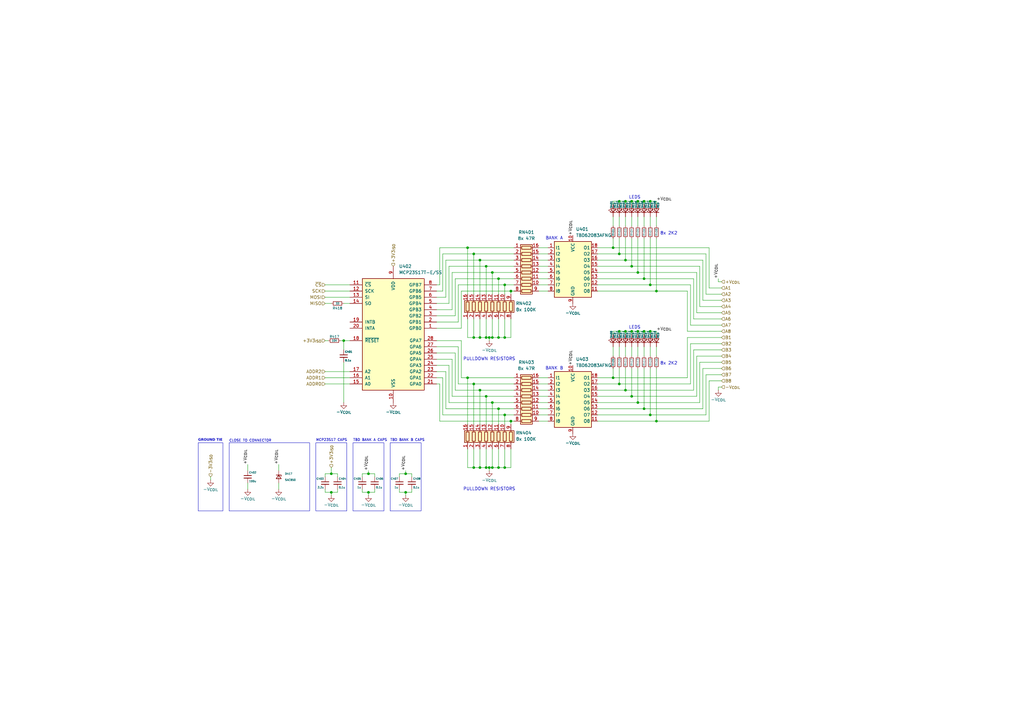
<source format=kicad_sch>
(kicad_sch (version 20250114) (generator "eeschema") (generator_version "9.0")
  (paper "A3")
  (title_block (title "OM-64DO - 64 CHANNEL OUTPUT EXPANSION MODULE (BANK)") (date "2025-12-08") (rev "1A") (company "HTTPS://GITHUB.COM/OPENMODBUS/OM-64DO") (comment 1 "Supply voltage: 7–28 V DC; Output rating: up to 50 V DC (load side)") (comment 2 "Suitable for driving relay coils and other loads.") (comment 3 "Communicates with other devices via MODBUS and provides 64 low-side outputs.") (comment 4 "Module designed for home industrial automation systems."))
  (rectangle (start 129.54 181.61) (end 142.24 209.55))
  (rectangle (start 93.98 181.61) (end 127 209.55))
  (rectangle (start 144.78 181.61) (end 157.48 209.55))
  (rectangle (start 160.02 181.61) (end 172.72 209.55))
  (rectangle (start 81.28 181.61) (end 91.44 209.55))
  (text "MCP23S17 CAPS" (at 129.54 180.594 0) (effects (font (size 1.016 1.016)) (justify left)))
  (text "8x 2K2" (at 274.32 95.758 0) (effects (font (size 1.27 1.27))))
  (text "BANK B" (at 227.33 151.13 0) (effects (font (size 1.27 1.27))))
  (text "GROUND TIE" (at 81.28 180.848 0) (effects (font (size 1.016 1.016) (bold yes)) (justify left)))
  (text "8x 2K2" (at 274.32 149.098 0) (effects (font (size 1.27 1.27))))
  (text "PULLDOWN RESISTORS" (at 200.66 200.66 0) (effects (font (size 1.27 1.27))))
  (text "PULLDOWN RESISTORS" (at 200.66 147.32 0) (effects (font (size 1.27 1.27))))
  (text "LEDS" (at 260.35 81.026 0) (effects (font (size 1.27 1.27))))
  (text "BANK A" (at 227.33 97.79 0) (effects (font (size 1.27 1.27))))
  (text "LEDS" (at 260.35 134.366 0) (effects (font (size 1.27 1.27))))
  (text "CLOSE TO CONNECTOR" (at 93.98 180.848 0) (effects (font (size 1.016 1.016)) (justify left)))
  (text "TBD BANK B CAPS" (at 160.02 180.594 0) (effects (font (size 1.016 1.016)) (justify left)))
  (text "TBD BANK A CAPS" (at 144.78 180.594 0) (effects (font (size 1.016 1.016)) (justify left)))
  (junction (at 196.85 191.77))
  (junction (at 209.55 119.38))
  (junction (at 266.7 170.18))
  (junction (at 259.08 162.56))
  (junction (at 261.62 165.1))
  (junction (at 254 82.55))
  (junction (at 166.37 194.31))
  (junction (at 256.54 135.89))
  (junction (at 201.93 111.76))
  (junction (at 135.89 194.31))
  (junction (at 140.97 139.7))
  (junction (at 204.47 191.77))
  (junction (at 261.62 135.89))
  (junction (at 254 135.89))
  (junction (at 264.16 135.89))
  (junction (at 269.24 119.38))
  (junction (at 135.89 201.93))
  (junction (at 251.46 154.94))
  (junction (at 259.08 82.55))
  (junction (at 191.77 154.94))
  (junction (at 207.01 138.43))
  (junction (at 191.77 101.6))
  (junction (at 194.31 104.14))
  (junction (at 201.93 138.43))
  (junction (at 196.85 160.02))
  (junction (at 207.01 170.18))
  (junction (at 259.08 109.22))
  (junction (at 194.31 157.48))
  (junction (at 199.39 162.56))
  (junction (at 204.47 138.43))
  (junction (at 201.93 165.1))
  (junction (at 151.13 194.31))
  (junction (at 264.16 167.64))
  (junction (at 204.47 114.3))
  (junction (at 196.85 138.43))
  (junction (at 261.62 111.76))
  (junction (at 266.7 135.89))
  (junction (at 259.08 135.89))
  (junction (at 199.39 109.22))
  (junction (at 256.54 160.02))
  (junction (at 207.01 191.77))
  (junction (at 269.24 172.72))
  (junction (at 199.39 138.43))
  (junction (at 194.31 191.77))
  (junction (at 196.85 106.68))
  (junction (at 199.39 191.77))
  (junction (at 209.55 172.72))
  (junction (at 266.7 82.55))
  (junction (at 256.54 82.55))
  (junction (at 201.93 191.77))
  (junction (at 194.31 138.43))
  (junction (at 256.54 106.68))
  (junction (at 207.01 116.84))
  (junction (at 264.16 114.3))
  (junction (at 200.66 191.77))
  (junction (at 200.66 138.43))
  (junction (at 204.47 167.64))
  (junction (at 264.16 82.55))
  (junction (at 254 157.48))
  (junction (at 266.7 116.84))
  (junction (at 261.62 82.55))
  (junction (at 251.46 101.6))
  (junction (at 166.37 201.93))
  (junction (at 254 104.14))
  (junction (at 151.13 201.93))
  (wire (pts (xy 135.89 191.77) (xy 135.89 194.31)))
  (wire (pts (xy 209.55 130.81) (xy 209.55 138.43)))
  (wire (pts (xy 181.61 170.18) (xy 207.01 170.18)))
  (wire (pts (xy 281.94 138.43) (xy 295.91 138.43)))
  (wire (pts (xy 140.97 143.51) (xy 140.97 139.7)))
  (wire (pts (xy 179.07 119.38) (xy 181.61 119.38)))
  (wire (pts (xy 151.13 201.93) (xy 151.13 203.2)))
  (wire (pts (xy 191.77 154.94) (xy 191.77 173.99)))
  (wire (pts (xy 201.93 138.43) (xy 200.66 138.43)))
  (wire (pts (xy 200.66 193.04) (xy 200.66 191.77)))
  (wire (pts (xy 259.08 151.13) (xy 259.08 162.56)))
  (wire (pts (xy 179.07 147.32) (xy 185.42 147.32)))
  (wire (pts (xy 251.46 88.9) (xy 251.46 92.71)))
  (wire (pts (xy 251.46 142.24) (xy 251.46 146.05)))
  (wire (pts (xy 259.08 135.89) (xy 256.54 135.89)))
  (wire (pts (xy 261.62 82.55) (xy 264.16 82.55)))
  (wire (pts (xy 259.08 82.55) (xy 256.54 82.55)))
  (wire (pts (xy 266.7 97.79) (xy 266.7 116.84)))
  (wire (pts (xy 283.21 157.48) (xy 283.21 140.97)))
  (wire (pts (xy 201.93 184.15) (xy 201.93 191.77)))
  (wire (pts (xy 204.47 114.3) (xy 204.47 120.65)))
  (wire (pts (xy 181.61 154.94) (xy 179.07 154.94)))
  (wire (pts (xy 201.93 165.1) (xy 201.93 173.99)))
  (wire (pts (xy 283.21 133.35) (xy 295.91 133.35)))
  (wire (pts (xy 284.48 114.3) (xy 284.48 130.81)))
  (wire (pts (xy 261.62 97.79) (xy 261.62 111.76)))
  (wire (pts (xy 182.88 106.68) (xy 196.85 106.68)))
  (wire (pts (xy 163.83 194.31) (xy 166.37 194.31)))
  (wire (pts (xy 264.16 167.64) (xy 288.29 167.64)))
  (wire (pts (xy 269.24 119.38) (xy 281.94 119.38)))
  (wire (pts (xy 179.07 124.46) (xy 184.15 124.46)))
  (wire (pts (xy 288.29 123.19) (xy 295.91 123.19)))
  (wire (pts (xy 266.7 116.84) (xy 283.21 116.84)))
  (wire (pts (xy 163.83 195.58) (xy 163.83 194.31)))
  (wire (pts (xy 284.48 160.02) (xy 284.48 143.51)))
  (wire (pts (xy 254 82.55) (xy 251.46 82.55)))
  (wire (pts (xy 264.16 137.16) (xy 264.16 135.89)))
  (wire (pts (xy 245.11 167.64) (xy 264.16 167.64)))
  (wire (pts (xy 220.98 162.56) (xy 224.79 162.56)))
  (wire (pts (xy 86.36 195.58) (xy 86.36 196.85)))
  (wire (pts (xy 285.75 111.76) (xy 285.75 128.27)))
  (wire (pts (xy 287.02 165.1) (xy 287.02 148.59)))
  (wire (pts (xy 184.15 109.22) (xy 199.39 109.22)))
  (wire (pts (xy 256.54 83.82) (xy 256.54 82.55)))
  (wire (pts (xy 184.15 124.46) (xy 184.15 109.22)))
  (wire (pts (xy 290.83 156.21) (xy 295.91 156.21)))
  (wire (pts (xy 140.97 124.46) (xy 143.51 124.46)))
  (wire (pts (xy 207.01 170.18) (xy 210.82 170.18)))
  (wire (pts (xy 261.62 111.76) (xy 285.75 111.76)))
  (wire (pts (xy 148.59 195.58) (xy 148.59 194.31)))
  (wire (pts (xy 284.48 143.51) (xy 295.91 143.51)))
  (wire (pts (xy 201.93 191.77) (xy 204.47 191.77)))
  (wire (pts (xy 184.15 165.1) (xy 184.15 149.86)))
  (wire (pts (xy 259.08 83.82) (xy 259.08 82.55)))
  (wire (pts (xy 251.46 151.13) (xy 251.46 154.94)))
  (wire (pts (xy 185.42 162.56) (xy 199.39 162.56)))
  (wire (pts (xy 245.11 165.1) (xy 261.62 165.1)))
  (wire (pts (xy 220.98 116.84) (xy 224.79 116.84)))
  (wire (pts (xy 220.98 165.1) (xy 224.79 165.1)))
  (wire (pts (xy 133.35 200.66) (xy 133.35 201.93)))
  (wire (pts (xy 166.37 201.93) (xy 166.37 203.2)))
  (wire (pts (xy 168.91 201.93) (xy 166.37 201.93)))
  (wire (pts (xy 194.31 157.48) (xy 194.31 173.99)))
  (wire (pts (xy 285.75 128.27) (xy 295.91 128.27)))
  (wire (pts (xy 133.35 157.48) (xy 143.51 157.48)))
  (wire (pts (xy 259.08 88.9) (xy 259.08 92.71)))
  (wire (pts (xy 245.11 114.3) (xy 264.16 114.3)))
  (wire (pts (xy 199.39 191.77) (xy 200.66 191.77)))
  (wire (pts (xy 179.07 129.54) (xy 186.69 129.54)))
  (wire (pts (xy 101.6 198.12) (xy 101.6 200.66)))
  (wire (pts (xy 201.93 165.1) (xy 210.82 165.1)))
  (wire (pts (xy 189.23 139.7) (xy 189.23 154.94)))
  (wire (pts (xy 266.7 142.24) (xy 266.7 146.05)))
  (wire (pts (xy 256.54 142.24) (xy 256.54 146.05)))
  (wire (pts (xy 180.34 116.84) (xy 180.34 101.6)))
  (wire (pts (xy 199.39 130.81) (xy 199.39 138.43)))
  (wire (pts (xy 140.97 139.7) (xy 143.51 139.7)))
  (wire (pts (xy 207.01 184.15) (xy 207.01 191.77)))
  (wire (pts (xy 259.08 109.22) (xy 287.02 109.22)))
  (wire (pts (xy 179.07 121.92) (xy 182.88 121.92)))
  (wire (pts (xy 261.62 151.13) (xy 261.62 165.1)))
  (wire (pts (xy 179.07 152.4) (xy 182.88 152.4)))
  (wire (pts (xy 220.98 167.64) (xy 224.79 167.64)))
  (wire (pts (xy 196.85 106.68) (xy 196.85 120.65)))
  (wire (pts (xy 266.7 170.18) (xy 289.56 170.18)))
  (wire (pts (xy 179.07 132.08) (xy 187.96 132.08)))
  (wire (pts (xy 266.7 82.55) (xy 264.16 82.55)))
  (wire (pts (xy 187.96 132.08) (xy 187.96 116.84)))
  (wire (pts (xy 180.34 157.48) (xy 180.34 172.72)))
  (wire (pts (xy 287.02 148.59) (xy 295.91 148.59)))
  (wire (pts (xy 196.85 184.15) (xy 196.85 191.77)))
  (wire (pts (xy 194.31 184.15) (xy 194.31 191.77)))
  (wire (pts (xy 186.69 114.3) (xy 204.47 114.3)))
  (wire (pts (xy 245.11 172.72) (xy 269.24 172.72)))
  (wire (pts (xy 163.83 200.66) (xy 163.83 201.93)))
  (wire (pts (xy 191.77 101.6) (xy 191.77 120.65)))
  (wire (pts (xy 281.94 154.94) (xy 281.94 138.43)))
  (wire (pts (xy 204.47 167.64) (xy 210.82 167.64)))
  (wire (pts (xy 209.55 172.72) (xy 209.55 173.99)))
  (wire (pts (xy 287.02 125.73) (xy 295.91 125.73)))
  (wire (pts (xy 251.46 101.6) (xy 290.83 101.6)))
  (wire (pts (xy 179.07 139.7) (xy 189.23 139.7)))
  (wire (pts (xy 290.83 172.72) (xy 290.83 156.21)))
  (wire (pts (xy 185.42 147.32) (xy 185.42 162.56)))
  (wire (pts (xy 199.39 109.22) (xy 210.82 109.22)))
  (wire (pts (xy 207.01 116.84) (xy 210.82 116.84)))
  (wire (pts (xy 199.39 191.77) (xy 196.85 191.77)))
  (wire (pts (xy 207.01 191.77) (xy 204.47 191.77)))
  (wire (pts (xy 220.98 109.22) (xy 224.79 109.22)))
  (wire (pts (xy 294.64 115.57) (xy 294.64 114.3)))
  (wire (pts (xy 245.11 104.14) (xy 254 104.14)))
  (wire (pts (xy 266.7 82.55) (xy 269.24 82.55)))
  (wire (pts (xy 196.85 160.02) (xy 210.82 160.02)))
  (wire (pts (xy 220.98 114.3) (xy 224.79 114.3)))
  (wire (pts (xy 133.35 116.84) (xy 143.51 116.84)))
  (wire (pts (xy 207.01 130.81) (xy 207.01 138.43)))
  (wire (pts (xy 220.98 111.76) (xy 224.79 111.76)))
  (wire (pts (xy 114.3 190.5) (xy 114.3 193.04)))
  (wire (pts (xy 245.11 109.22) (xy 259.08 109.22)))
  (wire (pts (xy 196.85 160.02) (xy 196.85 173.99)))
  (wire (pts (xy 287.02 109.22) (xy 287.02 125.73)))
  (wire (pts (xy 256.54 135.89) (xy 254 135.89)))
  (wire (pts (xy 245.11 101.6) (xy 251.46 101.6)))
  (wire (pts (xy 133.35 139.7) (xy 134.62 139.7)))
  (wire (pts (xy 204.47 167.64) (xy 204.47 173.99)))
  (wire (pts (xy 191.77 130.81) (xy 191.77 138.43)))
  (wire (pts (xy 194.31 138.43) (xy 196.85 138.43)))
  (wire (pts (xy 283.21 140.97) (xy 295.91 140.97)))
  (wire (pts (xy 283.21 116.84) (xy 283.21 133.35)))
  (wire (pts (xy 187.96 142.24) (xy 179.07 142.24)))
  (wire (pts (xy 264.16 142.24) (xy 264.16 146.05)))
  (wire (pts (xy 254 135.89) (xy 251.46 135.89)))
  (wire (pts (xy 290.83 101.6) (xy 290.83 118.11)))
  (wire (pts (xy 138.43 201.93) (xy 135.89 201.93)))
  (wire (pts (xy 209.55 184.15) (xy 209.55 191.77)))
  (wire (pts (xy 163.83 201.93) (xy 166.37 201.93)))
  (wire (pts (xy 245.11 111.76) (xy 261.62 111.76)))
  (wire (pts (xy 133.35 121.92) (xy 143.51 121.92)))
  (wire (pts (xy 133.35 154.94) (xy 143.51 154.94)))
  (wire (pts (xy 251.46 83.82) (xy 251.46 82.55)))
  (wire (pts (xy 207.01 138.43) (xy 209.55 138.43)))
  (wire (pts (xy 166.37 194.31) (xy 168.91 194.31)))
  (wire (pts (xy 269.24 142.24) (xy 269.24 146.05)))
  (wire (pts (xy 200.66 138.43) (xy 199.39 138.43)))
  (wire (pts (xy 184.15 149.86) (xy 179.07 149.86)))
  (wire (pts (xy 135.89 201.93) (xy 135.89 203.2)))
  (wire (pts (xy 281.94 119.38) (xy 281.94 135.89)))
  (wire (pts (xy 204.47 130.81) (xy 204.47 138.43)))
  (wire (pts (xy 259.08 135.89) (xy 261.62 135.89)))
  (wire (pts (xy 256.54 97.79) (xy 256.54 106.68)))
  (wire (pts (xy 191.77 191.77) (xy 194.31 191.77)))
  (wire (pts (xy 220.98 172.72) (xy 224.79 172.72)))
  (wire (pts (xy 251.46 154.94) (xy 281.94 154.94)))
  (wire (pts (xy 266.7 137.16) (xy 266.7 135.89)))
  (wire (pts (xy 269.24 151.13) (xy 269.24 172.72)))
  (wire (pts (xy 133.35 195.58) (xy 133.35 194.31)))
  (wire (pts (xy 256.54 160.02) (xy 284.48 160.02)))
  (wire (pts (xy 196.85 191.77) (xy 194.31 191.77)))
  (wire (pts (xy 189.23 154.94) (xy 191.77 154.94)))
  (wire (pts (xy 266.7 135.89) (xy 264.16 135.89)))
  (wire (pts (xy 245.11 162.56) (xy 259.08 162.56)))
  (wire (pts (xy 220.98 157.48) (xy 224.79 157.48)))
  (wire (pts (xy 261.62 165.1) (xy 287.02 165.1)))
  (wire (pts (xy 288.29 167.64) (xy 288.29 151.13)))
  (wire (pts (xy 139.7 139.7) (xy 140.97 139.7)))
  (wire (pts (xy 207.01 116.84) (xy 207.01 120.65)))
  (wire (pts (xy 289.56 104.14) (xy 289.56 120.65)))
  (wire (pts (xy 256.54 82.55) (xy 254 82.55)))
  (wire (pts (xy 290.83 118.11) (xy 295.91 118.11)))
  (wire (pts (xy 185.42 111.76) (xy 201.93 111.76)))
  (wire (pts (xy 185.42 127) (xy 185.42 111.76)))
  (wire (pts (xy 256.54 137.16) (xy 256.54 135.89)))
  (wire (pts (xy 245.11 106.68) (xy 256.54 106.68)))
  (wire (pts (xy 284.48 130.81) (xy 295.91 130.81)))
  (wire (pts (xy 295.91 115.57) (xy 294.64 115.57)))
  (wire (pts (xy 138.43 200.66) (xy 138.43 201.93)))
  (wire (pts (xy 254 142.24) (xy 254 146.05)))
  (wire (pts (xy 294.64 160.02) (xy 294.64 158.75)))
  (wire (pts (xy 264.16 151.13) (xy 264.16 167.64)))
  (wire (pts (xy 187.96 157.48) (xy 194.31 157.48)))
  (wire (pts (xy 207.01 170.18) (xy 207.01 173.99)))
  (wire (pts (xy 194.31 157.48) (xy 210.82 157.48)))
  (wire (pts (xy 133.35 119.38) (xy 143.51 119.38)))
  (wire (pts (xy 209.55 172.72) (xy 210.82 172.72)))
  (wire (pts (xy 187.96 157.48) (xy 187.96 142.24)))
  (wire (pts (xy 266.7 151.13) (xy 266.7 170.18)))
  (wire (pts (xy 194.31 104.14) (xy 210.82 104.14)))
  (wire (pts (xy 259.08 137.16) (xy 259.08 135.89)))
  (wire (pts (xy 264.16 83.82) (xy 264.16 82.55)))
  (wire (pts (xy 179.07 157.48) (xy 180.34 157.48)))
  (wire (pts (xy 166.37 193.04) (xy 166.37 194.31)))
  (wire (pts (xy 199.39 184.15) (xy 199.39 191.77)))
  (wire (pts (xy 153.67 200.66) (xy 153.67 201.93)))
  (wire (pts (xy 269.24 88.9) (xy 269.24 92.71)))
  (wire (pts (xy 288.29 151.13) (xy 295.91 151.13)))
  (wire (pts (xy 254 151.13) (xy 254 157.48)))
  (wire (pts (xy 254 88.9) (xy 254 92.71)))
  (wire (pts (xy 261.62 88.9) (xy 261.62 92.71)))
  (wire (pts (xy 289.56 170.18) (xy 289.56 153.67)))
  (wire (pts (xy 151.13 194.31) (xy 153.67 194.31)))
  (wire (pts (xy 269.24 82.55) (xy 269.24 83.82)))
  (wire (pts (xy 256.54 106.68) (xy 288.29 106.68)))
  (wire (pts (xy 289.56 153.67) (xy 295.91 153.67)))
  (wire (pts (xy 114.3 198.12) (xy 114.3 200.66)))
  (wire (pts (xy 285.75 146.05) (xy 295.91 146.05)))
  (wire (pts (xy 179.07 127) (xy 185.42 127)))
  (wire (pts (xy 182.88 152.4) (xy 182.88 167.64)))
  (wire (pts (xy 204.47 184.15) (xy 204.47 191.77)))
  (wire (pts (xy 256.54 151.13) (xy 256.54 160.02)))
  (wire (pts (xy 138.43 194.31) (xy 138.43 195.58)))
  (wire (pts (xy 254 97.79) (xy 254 104.14)))
  (wire (pts (xy 153.67 194.31) (xy 153.67 195.58)))
  (wire (pts (xy 204.47 114.3) (xy 210.82 114.3)))
  (wire (pts (xy 261.62 142.24) (xy 261.62 146.05)))
  (wire (pts (xy 251.46 97.79) (xy 251.46 101.6)))
  (wire (pts (xy 245.11 154.94) (xy 251.46 154.94)))
  (wire (pts (xy 201.93 138.43) (xy 204.47 138.43)))
  (wire (pts (xy 245.11 160.02) (xy 256.54 160.02)))
  (wire (pts (xy 285.75 162.56) (xy 285.75 146.05)))
  (wire (pts (xy 189.23 119.38) (xy 209.55 119.38)))
  (wire (pts (xy 220.98 104.14) (xy 224.79 104.14)))
  (wire (pts (xy 184.15 165.1) (xy 201.93 165.1)))
  (wire (pts (xy 194.31 104.14) (xy 194.31 120.65)))
  (wire (pts (xy 194.31 130.81) (xy 194.31 138.43)))
  (wire (pts (xy 186.69 160.02) (xy 196.85 160.02)))
  (wire (pts (xy 254 104.14) (xy 289.56 104.14)))
  (wire (pts (xy 209.55 119.38) (xy 209.55 120.65)))
  (wire (pts (xy 261.62 137.16) (xy 261.62 135.89)))
  (wire (pts (xy 181.61 170.18) (xy 181.61 154.94)))
  (wire (pts (xy 261.62 135.89) (xy 264.16 135.89)))
  (wire (pts (xy 148.59 194.31) (xy 151.13 194.31)))
  (wire (pts (xy 245.11 170.18) (xy 266.7 170.18)))
  (wire (pts (xy 191.77 154.94) (xy 210.82 154.94)))
  (wire (pts (xy 191.77 184.15) (xy 191.77 191.77)))
  (wire (pts (xy 186.69 129.54) (xy 186.69 114.3)))
  (wire (pts (xy 135.89 194.31) (xy 138.43 194.31)))
  (wire (pts (xy 196.85 130.81) (xy 196.85 138.43)))
  (wire (pts (xy 254 83.82) (xy 254 82.55)))
  (wire (pts (xy 179.07 116.84) (xy 180.34 116.84)))
  (wire (pts (xy 254 137.16) (xy 254 135.89)))
  (wire (pts (xy 245.11 119.38) (xy 269.24 119.38)))
  (wire (pts (xy 264.16 97.79) (xy 264.16 114.3)))
  (wire (pts (xy 153.67 201.93) (xy 151.13 201.93)))
  (wire (pts (xy 148.59 201.93) (xy 151.13 201.93)))
  (wire (pts (xy 266.7 88.9) (xy 266.7 92.71)))
  (wire (pts (xy 140.97 148.59) (xy 140.97 165.1)))
  (wire (pts (xy 199.39 109.22) (xy 199.39 120.65)))
  (wire (pts (xy 189.23 134.62) (xy 179.07 134.62)))
  (wire (pts (xy 269.24 135.89) (xy 269.24 137.16)))
  (wire (pts (xy 256.54 88.9) (xy 256.54 92.71)))
  (wire (pts (xy 101.6 190.5) (xy 101.6 193.04)))
  (wire (pts (xy 133.35 201.93) (xy 135.89 201.93)))
  (wire (pts (xy 269.24 172.72) (xy 290.83 172.72)))
  (wire (pts (xy 254 157.48) (xy 283.21 157.48)))
  (wire (pts (xy 288.29 106.68) (xy 288.29 123.19)))
  (wire (pts (xy 199.39 162.56) (xy 210.82 162.56)))
  (wire (pts (xy 201.93 111.76) (xy 201.93 120.65)))
  (wire (pts (xy 201.93 111.76) (xy 210.82 111.76)))
  (wire (pts (xy 181.61 104.14) (xy 194.31 104.14)))
  (wire (pts (xy 269.24 97.79) (xy 269.24 119.38)))
  (wire (pts (xy 182.88 167.64) (xy 204.47 167.64)))
  (wire (pts (xy 187.96 116.84) (xy 207.01 116.84)))
  (wire (pts (xy 194.31 138.43) (xy 191.77 138.43)))
  (wire (pts (xy 207.01 191.77) (xy 209.55 191.77)))
  (wire (pts (xy 196.85 106.68) (xy 210.82 106.68)))
  (wire (pts (xy 259.08 97.79) (xy 259.08 109.22)))
  (wire (pts (xy 180.34 101.6) (xy 191.77 101.6)))
  (wire (pts (xy 200.66 191.77) (xy 201.93 191.77)))
  (wire (pts (xy 209.55 119.38) (xy 210.82 119.38)))
  (wire (pts (xy 245.11 116.84) (xy 266.7 116.84)))
  (wire (pts (xy 186.69 160.02) (xy 186.69 144.78)))
  (wire (pts (xy 289.56 120.65) (xy 295.91 120.65)))
  (wire (pts (xy 220.98 170.18) (xy 224.79 170.18)))
  (wire (pts (xy 181.61 119.38) (xy 181.61 104.14)))
  (wire (pts (xy 151.13 193.04) (xy 151.13 194.31)))
  (wire (pts (xy 251.46 137.16) (xy 251.46 135.89)))
  (wire (pts (xy 148.59 200.66) (xy 148.59 201.93)))
  (wire (pts (xy 245.11 157.48) (xy 254 157.48)))
  (wire (pts (xy 220.98 160.02) (xy 224.79 160.02)))
  (wire (pts (xy 186.69 144.78) (xy 179.07 144.78)))
  (wire (pts (xy 294.64 158.75) (xy 295.91 158.75)))
  (wire (pts (xy 133.35 194.31) (xy 135.89 194.31)))
  (wire (pts (xy 182.88 121.92) (xy 182.88 106.68)))
  (wire (pts (xy 168.91 194.31) (xy 168.91 195.58)))
  (wire (pts (xy 220.98 106.68) (xy 224.79 106.68)))
  (wire (pts (xy 259.08 162.56) (xy 285.75 162.56)))
  (wire (pts (xy 133.35 152.4) (xy 143.51 152.4)))
  (wire (pts (xy 168.91 200.66) (xy 168.91 201.93)))
  (wire (pts (xy 281.94 135.89) (xy 295.91 135.89)))
  (wire (pts (xy 220.98 119.38) (xy 224.79 119.38)))
  (wire (pts (xy 264.16 114.3) (xy 284.48 114.3)))
  (wire (pts (xy 266.7 83.82) (xy 266.7 82.55)))
  (wire (pts (xy 199.39 138.43) (xy 196.85 138.43)))
  (wire (pts (xy 201.93 130.81) (xy 201.93 138.43)))
  (wire (pts (xy 259.08 82.55) (xy 261.62 82.55)))
  (wire (pts (xy 264.16 88.9) (xy 264.16 92.71)))
  (wire (pts (xy 259.08 142.24) (xy 259.08 146.05)))
  (wire (pts (xy 180.34 172.72) (xy 209.55 172.72)))
  (wire (pts (xy 220.98 154.94) (xy 224.79 154.94)))
  (wire (pts (xy 220.98 101.6) (xy 224.79 101.6)))
  (wire (pts (xy 133.35 124.46) (xy 135.89 124.46)))
  (wire (pts (xy 189.23 119.38) (xy 189.23 134.62)))
  (wire (pts (xy 200.66 138.43) (xy 200.66 139.7)))
  (wire (pts (xy 266.7 135.89) (xy 269.24 135.89)))
  (wire (pts (xy 204.47 138.43) (xy 207.01 138.43)))
  (wire (pts (xy 199.39 162.56) (xy 199.39 173.99)))
  (wire (pts (xy 191.77 101.6) (xy 210.82 101.6)))
  (wire (pts (xy 261.62 83.82) (xy 261.62 82.55)))
  (label "+V_{COIL}" (at 101.6 190.5 90))
  (label "+V_{COIL}" (at 269.24 135.89 0))
  (label "+V_{COIL}" (at 166.37 193.04 90))
  (label "+V_{COIL}" (at 234.95 96.52 90))
  (label "+V_{COIL}" (at 234.95 149.86 90))
  (label "+V_{COIL}" (at 294.64 114.3 90))
  (label "+V_{COIL}" (at 151.13 193.04 90))
  (label "+V_{COIL}" (at 114.3 190.5 90))
  (label "+V_{COIL}" (at 269.24 82.55 0))
  (hierarchical_label "A8" (shape input) (at 295.91 135.89 0))
  (hierarchical_label "+3V3_{ISO}" (shape input) (at 161.29 109.22 90))
  (hierarchical_label "SCK" (shape input) (at 133.35 119.38 180))
  (hierarchical_label "B2" (shape input) (at 295.91 140.97 0))
  (hierarchical_label "A6" (shape input) (at 295.91 130.81 0))
  (hierarchical_label "A5" (shape input) (at 295.91 128.27 0))
  (hierarchical_label "-3V3_{ISO}" (shape input) (at 86.36 195.58 90))
  (hierarchical_label "B8" (shape input) (at 295.91 156.21 0))
  (hierarchical_label "~{CS}" (shape input) (at 133.35 116.84 180))
  (hierarchical_label "+V_{COIL}" (shape input) (at 295.91 115.57 0))
  (hierarchical_label "-V_{COIL}" (shape input) (at 295.91 158.75 0))
  (hierarchical_label "ADDR1" (shape input) (at 133.35 154.94 180))
  (hierarchical_label "B3" (shape input) (at 295.91 143.51 0))
  (hierarchical_label "+3V3_{ISO}" (shape input) (at 133.35 139.7 180))
  (hierarchical_label "ADDR0" (shape input) (at 133.35 157.48 180))
  (hierarchical_label "A7" (shape input) (at 295.91 133.35 0))
  (hierarchical_label "A4" (shape input) (at 295.91 125.73 0))
  (hierarchical_label "MOSI" (shape input) (at 133.35 121.92 180))
  (hierarchical_label "B1" (shape input) (at 295.91 138.43 0))
  (hierarchical_label "+3V3_{ISO}" (shape input) (at 135.89 191.77 90))
  (hierarchical_label "B6" (shape input) (at 295.91 151.13 0))
  (hierarchical_label "ADDR2" (shape input) (at 133.35 152.4 180))
  (hierarchical_label "A2" (shape input) (at 295.91 120.65 0))
  (hierarchical_label "B5" (shape input) (at 295.91 148.59 0))
  (hierarchical_label "B7" (shape input) (at 295.91 153.67 0))
  (hierarchical_label "MISO" (shape input) (at 133.35 124.46 180))
  (hierarchical_label "A3" (shape input) (at 295.91 123.19 0))
  (hierarchical_label "B4" (shape input) (at 295.91 146.05 0))
  (hierarchical_label "A1" (shape input) (at 295.91 118.11 0))
  (symbol (lib_id "Device:R_Small") (at 264.16 95.25 0) (unit 1)
    (property "Reference" "R206" (at 264.16 95.25 90) (effects (font (size 0.762 0.762) (thickness 0.0953))))
    (property "Value" "10K" (effects (hide yes)))
    (property "Footprint" "Resistor_SMD:R_0603_1608Metric" (effects (hide yes)))
    (property "Description" "SMD 0603 10KOhm 5% 1/4W AEC-Q200" (effects (hide yes)))
    (property "Manufacturer" "Panasonic" (effects (hide yes)))
    (property "Mouser Part Number" "667-ERJ-UP3J103V" (effects (hide yes)))
    (property "Part Number" "ERJ-UP3J103V" (effects (hide yes)))
    (instances (project "OM-64DO" (path "" (reference "R406") (unit 1)) (path "" (reference "R306") (unit 1)) (path "" (reference "R506") (unit 1)) (path "" (reference "R206") (unit 1))))
  )
  (symbol (lib_id "power:GND") (at 161.29 165.1 0) (unit 1)
    (property "Reference" "#PWR0205" (effects (hide yes)))
    (property "Value" "-V_{COIL}" (at 161.29 168.91 0))
    (property "Description" "Power symbol creates a global label with name \"GND\" , ground" (effects (hide yes)))
    (instances (project "OM-64DO" (path "" (reference "#PWR0405") (unit 1)) (path "" (reference "#PWR0305") (unit 1)) (path "" (reference "#PWR0505") (unit 1)) (path "" (reference "#PWR0205") (unit 1))))
  )
  (symbol (lib_id "Device:LED_Small") (at 256.54 139.7 90) (unit 1)
    (property "Reference" "D211" (at 256.286 138.684 0) (effects (font (size 0.762 0.762)) (justify left bottom)))
    (property "Value" "RED" (at 256.794 138.684 0) (effects (font (size 0.762 0.762)) (justify left top)))
    (property "Footprint" "LED_SMD:LED_0603_1608Metric" (effects (hide yes)))
    (property "Description" "Single Color LEDs Red Clear 621nm" (effects (hide yes)))
    (property "Sim.Pin" "1=K 2=A" (effects (hide yes)))
    (property "Part Number" "LTST-C190EKT" (effects (hide yes)))
    (property "Mouser Part Number" "859-LTST-C190EKT" (effects (hide yes)))
    (property "Manufacturer" "LITEON" (effects (hide yes)))
    (instances (project "OM-64DO" (path "" (reference "D411") (unit 1)) (path "" (reference "D311") (unit 1)) (path "" (reference "D511") (unit 1)) (path "" (reference "D211") (unit 1))))
  )
  (symbol (lib_id "Device:R_Small") (at 269.24 95.25 0) (unit 1)
    (property "Reference" "R208" (at 269.24 95.25 90) (effects (font (size 0.762 0.762) (thickness 0.0953))))
    (property "Value" "10K" (effects (hide yes)))
    (property "Footprint" "Resistor_SMD:R_0603_1608Metric" (effects (hide yes)))
    (property "Description" "SMD 0603 10KOhm 5% 1/4W AEC-Q200" (effects (hide yes)))
    (property "Manufacturer" "Panasonic" (effects (hide yes)))
    (property "Mouser Part Number" "667-ERJ-UP3J103V" (effects (hide yes)))
    (property "Part Number" "ERJ-UP3J103V" (effects (hide yes)))
    (instances (project "OM-64DO" (path "" (reference "R408") (unit 1)) (path "" (reference "R308") (unit 1)) (path "" (reference "R508") (unit 1)) (path "" (reference "R208") (unit 1))))
  )
  (symbol (lib_id "Device:D_Zener_Small") (at 114.3 195.58 270) (unit 1)
    (property "Reference" "D217" (at 116.84 194.3099 90) (effects (font (size 0.762 0.762)) (justify left)))
    (property "Value" "SACB50" (at 116.84 196.8499 90) (effects (font (size 0.762 0.762)) (justify left)))
    (property "Footprint" "Diode_SMD:D_SMB" (effects (hide yes)))
    (property "Datasheet" "https://www.littelfuse.com/assetdocs/tvs-diodes-sacb-series-datasheet?assetguid=A6DA524D-0146-4221-89B7-E8A90C8E2DA7" (effects (hide yes)))
    (property "Description" "ESD Protection Diodes / TVS Diodes TVS 500W 50V" (effects (hide yes)))
    (property "Part Number" "SACB50" (effects (hide yes)))
    (property "Manufacturer" "Littelfuse" (effects (hide yes)))
    (property "Mouser Part Number" "576-SACB50" (effects (hide yes)))
    (instances (project "OM-64DO" (path "" (reference "D417") (unit 1)) (path "" (reference "D317") (unit 1)) (path "" (reference "D517") (unit 1)) (path "" (reference "D217") (unit 1))))
  )
  (symbol (lib_id "Device:R_Small") (at 269.24 148.59 0) (unit 1)
    (property "Reference" "R216" (at 269.24 148.59 90) (effects (font (size 0.762 0.762) (thickness 0.0953))))
    (property "Value" "10K" (effects (hide yes)))
    (property "Footprint" "Resistor_SMD:R_0603_1608Metric" (effects (hide yes)))
    (property "Description" "SMD 0603 10KOhm 5% 1/4W AEC-Q200" (effects (hide yes)))
    (property "Manufacturer" "Panasonic" (effects (hide yes)))
    (property "Mouser Part Number" "667-ERJ-UP3J103V" (effects (hide yes)))
    (property "Part Number" "ERJ-UP3J103V" (effects (hide yes)))
    (instances (project "OM-64DO" (path "" (reference "R416") (unit 1)) (path "" (reference "R316") (unit 1)) (path "" (reference "R516") (unit 1)) (path "" (reference "R216") (unit 1))))
  )
  (symbol (lib_id "Device:R_Small") (at 261.62 148.59 0) (unit 1)
    (property "Reference" "R213" (at 261.62 148.59 90) (effects (font (size 0.762 0.762) (thickness 0.0953))))
    (property "Value" "10K" (effects (hide yes)))
    (property "Footprint" "Resistor_SMD:R_0603_1608Metric" (effects (hide yes)))
    (property "Description" "SMD 0603 10KOhm 5% 1/4W AEC-Q200" (effects (hide yes)))
    (property "Manufacturer" "Panasonic" (effects (hide yes)))
    (property "Mouser Part Number" "667-ERJ-UP3J103V" (effects (hide yes)))
    (property "Part Number" "ERJ-UP3J103V" (effects (hide yes)))
    (instances (project "OM-64DO" (path "" (reference "R413") (unit 1)) (path "" (reference "R313") (unit 1)) (path "" (reference "R513") (unit 1)) (path "" (reference "R213") (unit 1))))
  )
  (symbol (lib_id "Device:LED_Small") (at 269.24 139.7 90) (unit 1)
    (property "Reference" "D216" (at 268.986 138.684 0) (effects (font (size 0.762 0.762)) (justify left bottom)))
    (property "Value" "RED" (at 269.494 138.684 0) (effects (font (size 0.762 0.762)) (justify left top)))
    (property "Footprint" "LED_SMD:LED_0603_1608Metric" (effects (hide yes)))
    (property "Description" "Single Color LEDs Red Clear 621nm" (effects (hide yes)))
    (property "Sim.Pin" "1=K 2=A" (effects (hide yes)))
    (property "Part Number" "LTST-C190EKT" (effects (hide yes)))
    (property "Mouser Part Number" "859-LTST-C190EKT" (effects (hide yes)))
    (property "Manufacturer" "LITEON" (effects (hide yes)))
    (instances (project "OM-64DO" (path "" (reference "D416") (unit 1)) (path "" (reference "D316") (unit 1)) (path "" (reference "D516") (unit 1)) (path "" (reference "D216") (unit 1))))
  )
  (symbol (lib_id "power:GND") (at 140.97 165.1 0) (unit 1)
    (property "Reference" "#PWR0204" (effects (hide yes)))
    (property "Value" "-V_{COIL}" (at 140.97 168.91 0))
    (property "Description" "Power symbol creates a global label with name \"GND\" , ground" (effects (hide yes)))
    (instances (project "OM-64DO" (path "" (reference "#PWR0404") (unit 1)) (path "" (reference "#PWR0304") (unit 1)) (path "" (reference "#PWR0504") (unit 1)) (path "" (reference "#PWR0204") (unit 1))))
  )
  (symbol (lib_id "Device:R_Small") (at 251.46 95.25 0) (unit 1)
    (property "Reference" "R201" (at 251.46 95.25 90) (effects (font (size 0.762 0.762) (thickness 0.0953))))
    (property "Value" "10K" (effects (hide yes)))
    (property "Footprint" "Resistor_SMD:R_0603_1608Metric" (effects (hide yes)))
    (property "Description" "SMD 0603 10KOhm 5% 1/4W AEC-Q200" (effects (hide yes)))
    (property "Manufacturer" "Panasonic" (effects (hide yes)))
    (property "Mouser Part Number" "667-ERJ-UP3J103V" (effects (hide yes)))
    (property "Part Number" "ERJ-UP3J103V" (effects (hide yes)))
    (instances (project "OM-64DO" (path "" (reference "R401") (unit 1)) (path "" (reference "R301") (unit 1)) (path "" (reference "R501") (unit 1)) (path "" (reference "R201") (unit 1))))
  )
  (symbol (lib_id "Device:LED_Small") (at 254 139.7 90) (unit 1)
    (property "Reference" "D210" (at 253.746 138.684 0) (effects (font (size 0.762 0.762)) (justify left bottom)))
    (property "Value" "RED" (at 254.254 138.684 0) (effects (font (size 0.762 0.762)) (justify left top)))
    (property "Footprint" "LED_SMD:LED_0603_1608Metric" (effects (hide yes)))
    (property "Description" "Single Color LEDs Red Clear 621nm" (effects (hide yes)))
    (property "Sim.Pin" "1=K 2=A" (effects (hide yes)))
    (property "Part Number" "LTST-C190EKT" (effects (hide yes)))
    (property "Mouser Part Number" "859-LTST-C190EKT" (effects (hide yes)))
    (property "Manufacturer" "LITEON" (effects (hide yes)))
    (instances (project "OM-64DO" (path "" (reference "D410") (unit 1)) (path "" (reference "D310") (unit 1)) (path "" (reference "D510") (unit 1)) (path "" (reference "D210") (unit 1))))
  )
  (symbol (lib_id "power:GND") (at 234.95 177.8 0) (unit 1)
    (property "Reference" "#PWR0206" (effects (hide yes)))
    (property "Value" "-V_{COIL}" (at 234.95 181.61 0))
    (property "Description" "Power symbol creates a global label with name \"GND\" , ground" (effects (hide yes)))
    (instances (project "OM-64DO" (path "" (reference "#PWR0406") (unit 1)) (path "" (reference "#PWR0306") (unit 1)) (path "" (reference "#PWR0506") (unit 1)) (path "" (reference "#PWR0206") (unit 1))))
  )
  (symbol (lib_id "power:GND") (at 86.36 196.85 0) (unit 1)
    (property "Reference" "#PWR0208" (effects (hide yes)))
    (property "Value" "-V_{COIL}" (at 86.36 200.66 0))
    (property "Description" "Power symbol creates a global label with name \"GND\" , ground" (effects (hide yes)))
    (instances (project "OM-64DO" (path "" (reference "#PWR0408") (unit 1)) (path "" (reference "#PWR0308") (unit 1)) (path "" (reference "#PWR0508") (unit 1)) (path "" (reference "#PWR0208") (unit 1))))
  )
  (symbol (lib_id "power:GND") (at 294.64 160.02 0) (unit 1)
    (property "Reference" "#PWR0203" (effects (hide yes)))
    (property "Value" "-V_{COIL}" (at 294.64 163.83 0))
    (property "Description" "Power symbol creates a global label with name \"GND\" , ground" (effects (hide yes)))
    (instances (project "OM-64DO" (path "" (reference "#PWR0403") (unit 1)) (path "" (reference "#PWR0303") (unit 1)) (path "" (reference "#PWR0503") (unit 1)) (path "" (reference "#PWR0203") (unit 1))))
  )
  (symbol (lib_id "Device:LED_Small") (at 264.16 139.7 90) (unit 1)
    (property "Reference" "D214" (at 263.906 138.684 0) (effects (font (size 0.762 0.762)) (justify left bottom)))
    (property "Value" "RED" (at 264.414 138.684 0) (effects (font (size 0.762 0.762)) (justify left top)))
    (property "Footprint" "LED_SMD:LED_0603_1608Metric" (effects (hide yes)))
    (property "Description" "Single Color LEDs Red Clear 621nm" (effects (hide yes)))
    (property "Sim.Pin" "1=K 2=A" (effects (hide yes)))
    (property "Part Number" "LTST-C190EKT" (effects (hide yes)))
    (property "Mouser Part Number" "859-LTST-C190EKT" (effects (hide yes)))
    (property "Manufacturer" "LITEON" (effects (hide yes)))
    (instances (project "OM-64DO" (path "" (reference "D414") (unit 1)) (path "" (reference "D314") (unit 1)) (path "" (reference "D514") (unit 1)) (path "" (reference "D214") (unit 1))))
  )
  (symbol (lib_id "power:GND") (at 135.89 203.2 0) (unit 1)
    (property "Reference" "#PWR0211" (effects (hide yes)))
    (property "Value" "-V_{COIL}" (at 135.89 207.01 0))
    (property "Description" "Power symbol creates a global label with name \"GND\" , ground" (effects (hide yes)))
    (instances (project "OM-64DO" (path "" (reference "#PWR0411") (unit 1)) (path "" (reference "#PWR0311") (unit 1)) (path "" (reference "#PWR0511") (unit 1)) (path "" (reference "#PWR0211") (unit 1))))
  )
  (symbol (lib_id "Device:R_Pack08") (at 215.9 165.1 270) (unit 1)
    (property "Reference" "RN203" (at 215.9 148.59 90))
    (property "Value" "8x 47R" (at 215.9 151.13 90))
    (property "Footprint" "Project_Library:R_Array_Convex_8x0602_EXB2HV" (effects (hide yes)))
    (property "Description" "Resistor Array Convex 8x0602 47Ohm 5% AEC-Q200" (effects (hide yes)))
    (property "Part Number" "EXB-2HV470JV" (effects (hide yes)))
    (property "Manufacturer" "Panasonic" (effects (hide yes)))
    (property "Mouser Part Number" "667-EXB-2HV470JV" (effects (hide yes)))
    (instances (project "OM-64DO" (path "" (reference "RN403") (unit 1)) (path "" (reference "RN303") (unit 1)) (path "" (reference "RN503") (unit 1)) (path "" (reference "RN203") (unit 1))))
  )
  (symbol (lib_id "Device:C_Small") (at 168.91 198.12 0) (unit 1)
    (property "Reference" "C208" (at 169.418 196.342 0) (effects (font (size 0.762 0.762)) (justify left)))
    (property "Value" "0.1u" (at 169.418 199.898 0) (effects (font (size 0.762 0.762)) (justify left)))
    (property "Footprint" "Capacitor_SMD:C_0603_1608Metric" (effects (hide yes)))
    (property "Description" "0.1 uF 50 VDC 10% 0603 X7R AEC-Q200" (effects (hide yes)))
    (property "Part Number" "GCJ188R71H104KA12D" (effects (hide yes)))
    (property "Manufacturer" "Murata" (effects (hide yes)))
    (property "Mouser Part Number" "81-GCJ188R71H104KA2D" (effects (hide yes)))
    (instances (project "OM-64DO" (path "" (reference "C408") (unit 1)) (path "" (reference "C308") (unit 1)) (path "" (reference "C508") (unit 1)) (path "" (reference "C208") (unit 1))))
  )
  (symbol (lib_id "power:GND") (at 101.6 200.66 0) (unit 1)
    (property "Reference" "#PWR0209" (effects (hide yes)))
    (property "Value" "-V_{COIL}" (at 101.6 204.47 0))
    (property "Description" "Power symbol creates a global label with name \"GND\" , ground" (effects (hide yes)))
    (instances (project "OM-64DO" (path "" (reference "#PWR0409") (unit 1)) (path "" (reference "#PWR0309") (unit 1)) (path "" (reference "#PWR0509") (unit 1)) (path "" (reference "#PWR0209") (unit 1))))
  )
  (symbol (lib_id "Device:C_Small") (at 133.35 198.12 0) (unit 1)
    (property "Reference" "C203" (at 132.842 196.342 0) (effects (font (size 0.762 0.762)) (justify right)))
    (property "Value" "2.2u" (at 132.842 199.898 0) (effects (font (size 0.762 0.762)) (justify right)))
    (property "Footprint" "Capacitor_SMD:C_0603_1608Metric" (effects (hide yes)))
    (property "Description" "2.2 uF 50 VDC 10% 0603 X5R AEC-Q200" (effects (hide yes)))
    (property "Part Number" "GRT188R61H225KE13D" (effects (hide yes)))
    (property "Manufacturer" "Murata" (effects (hide yes)))
    (property "Mouser Part Number" "81-GRT188R61H225KE3D" (effects (hide yes)))
    (instances (project "OM-64DO" (path "" (reference "C403") (unit 1)) (path "" (reference "C303") (unit 1)) (path "" (reference "C503") (unit 1)) (path "" (reference "C203") (unit 1))))
  )
  (symbol (lib_id "Device:C_Small") (at 140.97 146.05 0) (unit 1)
    (property "Reference" "C201" (at 141.478 144.272 0) (effects (font (size 0.762 0.762)) (justify left)))
    (property "Value" "0.1u" (at 141.478 147.828 0) (effects (font (size 0.762 0.762)) (justify left)))
    (property "Footprint" "Capacitor_SMD:C_0603_1608Metric" (effects (hide yes)))
    (property "Description" "0.1 uF 50 VDC 10% 0603 X7R AEC-Q200" (effects (hide yes)))
    (property "Part Number" "GCJ188R71H104KA12D" (effects (hide yes)))
    (property "Manufacturer" "Murata" (effects (hide yes)))
    (property "Mouser Part Number" "81-GCJ188R71H104KA2D" (effects (hide yes)))
    (instances (project "OM-64DO" (path "" (reference "C401") (unit 1)) (path "" (reference "C301") (unit 1)) (path "" (reference "C501") (unit 1)) (path "" (reference "C201") (unit 1))))
  )
  (symbol (lib_id "Device:LED_Small") (at 264.16 86.36 90) (unit 1)
    (property "Reference" "D206" (at 263.906 85.344 0) (effects (font (size 0.762 0.762)) (justify left bottom)))
    (property "Value" "RED" (at 264.414 85.344 0) (effects (font (size 0.762 0.762)) (justify left top)))
    (property "Footprint" "LED_SMD:LED_0603_1608Metric" (effects (hide yes)))
    (property "Description" "Single Color LEDs Red Clear 621nm" (effects (hide yes)))
    (property "Sim.Pin" "1=K 2=A" (effects (hide yes)))
    (property "Part Number" "LTST-C190EKT" (effects (hide yes)))
    (property "Mouser Part Number" "859-LTST-C190EKT" (effects (hide yes)))
    (property "Manufacturer" "LITEON" (effects (hide yes)))
    (instances (project "OM-64DO" (path "" (reference "D406") (unit 1)) (path "" (reference "D306") (unit 1)) (path "" (reference "D506") (unit 1)) (path "" (reference "D206") (unit 1))))
  )
  (symbol (lib_id "Device:LED_Small") (at 261.62 86.36 90) (unit 1)
    (property "Reference" "D205" (at 261.366 85.344 0) (effects (font (size 0.762 0.762)) (justify left bottom)))
    (property "Value" "RED" (at 261.874 85.344 0) (effects (font (size 0.762 0.762)) (justify left top)))
    (property "Footprint" "LED_SMD:LED_0603_1608Metric" (effects (hide yes)))
    (property "Description" "Single Color LEDs Red Clear 621nm" (effects (hide yes)))
    (property "Sim.Pin" "1=K 2=A" (effects (hide yes)))
    (property "Part Number" "LTST-C190EKT" (effects (hide yes)))
    (property "Mouser Part Number" "859-LTST-C190EKT" (effects (hide yes)))
    (property "Manufacturer" "LITEON" (effects (hide yes)))
    (instances (project "OM-64DO" (path "" (reference "D405") (unit 1)) (path "" (reference "D305") (unit 1)) (path "" (reference "D505") (unit 1)) (path "" (reference "D205") (unit 1))))
  )
  (symbol (lib_id "Device:C_Small") (at 138.43 198.12 0) (unit 1)
    (property "Reference" "C204" (at 138.938 196.342 0) (effects (font (size 0.762 0.762)) (justify left)))
    (property "Value" "0.1u" (at 138.938 199.898 0) (effects (font (size 0.762 0.762)) (justify left)))
    (property "Footprint" "Capacitor_SMD:C_0603_1608Metric" (effects (hide yes)))
    (property "Description" "0.1 uF 50 VDC 10% 0603 X7R AEC-Q200" (effects (hide yes)))
    (property "Part Number" "GCJ188R71H104KA12D" (effects (hide yes)))
    (property "Manufacturer" "Murata" (effects (hide yes)))
    (property "Mouser Part Number" "81-GCJ188R71H104KA2D" (effects (hide yes)))
    (instances (project "OM-64DO" (path "" (reference "C404") (unit 1)) (path "" (reference "C304") (unit 1)) (path "" (reference "C504") (unit 1)) (path "" (reference "C204") (unit 1))))
  )
  (symbol (lib_id "Device:C_Small") (at 101.6 195.58 0) (unit 1)
    (property "Reference" "C202" (at 102.108 193.802 0) (effects (font (size 0.762 0.762)) (justify left)))
    (property "Value" "100u" (at 102.108 197.358 0) (effects (font (size 0.762 0.762)) (justify left)))
    (property "Footprint" "Capacitor_SMD:CP_Elec_8x10" (effects (hide yes)))
    (property "Description" "Aluminum Electrolytic Capacitors - SMD 100UF 63V 20%" (effects (hide yes)))
    (property "Part Number" "UCM1J101MNL1GS" (effects (hide yes)))
    (property "Manufacturer" "Nichicon" (effects (hide yes)))
    (property "Mouser Part Number" "647-UCM1J101MNL1GS" (effects (hide yes)))
    (instances (project "OM-64DO" (path "" (reference "C402") (unit 1)) (path "" (reference "C302") (unit 1)) (path "" (reference "C502") (unit 1)) (path "" (reference "C202") (unit 1))))
  )
  (symbol (lib_id "power:GND") (at 200.66 139.7 0) (unit 1)
    (property "Reference" "#PWR0202" (effects (hide yes)))
    (property "Value" "-V_{COIL}" (at 200.66 143.51 0))
    (property "Description" "Power symbol creates a global label with name \"GND\" , ground" (effects (hide yes)))
    (instances (project "OM-64DO" (path "" (reference "#PWR0402") (unit 1)) (path "" (reference "#PWR0302") (unit 1)) (path "" (reference "#PWR0502") (unit 1)) (path "" (reference "#PWR0202") (unit 1))))
  )
  (symbol (lib_id "Device:LED_Small") (at 251.46 86.36 90) (unit 1)
    (property "Reference" "D201" (at 251.206 85.344 0) (effects (font (size 0.762 0.762)) (justify left bottom)))
    (property "Value" "RED" (at 251.714 85.344 0) (effects (font (size 0.762 0.762)) (justify left top)))
    (property "Footprint" "LED_SMD:LED_0603_1608Metric" (effects (hide yes)))
    (property "Description" "Single Color LEDs Red Clear 621nm" (effects (hide yes)))
    (property "Sim.Pin" "1=K 2=A" (effects (hide yes)))
    (property "Part Number" "LTST-C190EKT" (effects (hide yes)))
    (property "Mouser Part Number" "859-LTST-C190EKT" (effects (hide yes)))
    (property "Manufacturer" "LITEON" (effects (hide yes)))
    (instances (project "OM-64DO" (path "" (reference "D401") (unit 1)) (path "" (reference "D301") (unit 1)) (path "" (reference "D501") (unit 1)) (path "" (reference "D201") (unit 1))))
  )
  (symbol (lib_id "Device:LED_Small") (at 259.08 86.36 90) (unit 1)
    (property "Reference" "D204" (at 258.826 85.344 0) (effects (font (size 0.762 0.762)) (justify left bottom)))
    (property "Value" "RED" (at 259.334 85.344 0) (effects (font (size 0.762 0.762)) (justify left top)))
    (property "Footprint" "LED_SMD:LED_0603_1608Metric" (effects (hide yes)))
    (property "Description" "Single Color LEDs Red Clear 621nm" (effects (hide yes)))
    (property "Sim.Pin" "1=K 2=A" (effects (hide yes)))
    (property "Part Number" "LTST-C190EKT" (effects (hide yes)))
    (property "Mouser Part Number" "859-LTST-C190EKT" (effects (hide yes)))
    (property "Manufacturer" "LITEON" (effects (hide yes)))
    (instances (project "OM-64DO" (path "" (reference "D404") (unit 1)) (path "" (reference "D304") (unit 1)) (path "" (reference "D504") (unit 1)) (path "" (reference "D204") (unit 1))))
  )
  (symbol (lib_id "Project_Library:TBD62083A") (at 234.95 162.56 0) (unit 1)
    (property "Reference" "U203" (at 236.22 147.32 0) (effects (justify left)))
    (property "Value" "TBD62083AFNG" (at 236.22 149.86 0) (effects (justify left)))
    (property "Footprint" "Package_SO:SSOP-18_4.4x6.5mm_P0.65mm" (effects (hide yes)))
    (property "Datasheet" "https://toshiba.semicon-storage.com/info/datasheet_en_20160511.pdf?did=29893" (effects (hide yes)))
    (property "Description" "Gate Drivers DMOS Transistor Array 8-CH, 50V/0.5A" (effects (hide yes)))
    (property "Part Number" "TBD62083AFNG,EL" (effects (hide yes)))
    (property "Manufacturer" "Toshiba" (effects (hide yes)))
    (property "Mouser Part Number" "757-TBD62083AFNGEL" (effects (hide yes)))
    (instances (project "OM-64DO" (path "" (reference "U403") (unit 1)) (path "" (reference "U303") (unit 1)) (path "" (reference "U503") (unit 1)) (path "" (reference "U203") (unit 1))))
  )
  (symbol (lib_id "Device:LED_Small") (at 256.54 86.36 90) (unit 1)
    (property "Reference" "D203" (at 256.286 85.344 0) (effects (font (size 0.762 0.762)) (justify left bottom)))
    (property "Value" "RED" (at 256.794 85.344 0) (effects (font (size 0.762 0.762)) (justify left top)))
    (property "Footprint" "LED_SMD:LED_0603_1608Metric" (effects (hide yes)))
    (property "Description" "Single Color LEDs Red Clear 621nm" (effects (hide yes)))
    (property "Sim.Pin" "1=K 2=A" (effects (hide yes)))
    (property "Part Number" "LTST-C190EKT" (effects (hide yes)))
    (property "Mouser Part Number" "859-LTST-C190EKT" (effects (hide yes)))
    (property "Manufacturer" "LITEON" (effects (hide yes)))
    (instances (project "OM-64DO" (path "" (reference "D403") (unit 1)) (path "" (reference "D303") (unit 1)) (path "" (reference "D503") (unit 1)) (path "" (reference "D203") (unit 1))))
  )
  (symbol (lib_id "Device:R_Small") (at 264.16 148.59 0) (unit 1)
    (property "Reference" "R214" (at 264.16 148.59 90) (effects (font (size 0.762 0.762) (thickness 0.0953))))
    (property "Value" "10K" (effects (hide yes)))
    (property "Footprint" "Resistor_SMD:R_0603_1608Metric" (effects (hide yes)))
    (property "Description" "SMD 0603 10KOhm 5% 1/4W AEC-Q200" (effects (hide yes)))
    (property "Manufacturer" "Panasonic" (effects (hide yes)))
    (property "Mouser Part Number" "667-ERJ-UP3J103V" (effects (hide yes)))
    (property "Part Number" "ERJ-UP3J103V" (effects (hide yes)))
    (instances (project "OM-64DO" (path "" (reference "R414") (unit 1)) (path "" (reference "R314") (unit 1)) (path "" (reference "R514") (unit 1)) (path "" (reference "R214") (unit 1))))
  )
  (symbol (lib_id "Device:LED_Small") (at 251.46 139.7 90) (unit 1)
    (property "Reference" "D209" (at 251.206 138.684 0) (effects (font (size 0.762 0.762)) (justify left bottom)))
    (property "Value" "RED" (at 251.714 138.684 0) (effects (font (size 0.762 0.762)) (justify left top)))
    (property "Footprint" "LED_SMD:LED_0603_1608Metric" (effects (hide yes)))
    (property "Description" "Single Color LEDs Red Clear 621nm" (effects (hide yes)))
    (property "Sim.Pin" "1=K 2=A" (effects (hide yes)))
    (property "Part Number" "LTST-C190EKT" (effects (hide yes)))
    (property "Mouser Part Number" "859-LTST-C190EKT" (effects (hide yes)))
    (property "Manufacturer" "LITEON" (effects (hide yes)))
    (instances (project "OM-64DO" (path "" (reference "D409") (unit 1)) (path "" (reference "D309") (unit 1)) (path "" (reference "D509") (unit 1)) (path "" (reference "D209") (unit 1))))
  )
  (symbol (lib_id "Device:R_Small") (at 259.08 95.25 0) (unit 1)
    (property "Reference" "R204" (at 259.08 95.25 90) (effects (font (size 0.762 0.762) (thickness 0.0953))))
    (property "Value" "10K" (effects (hide yes)))
    (property "Footprint" "Resistor_SMD:R_0603_1608Metric" (effects (hide yes)))
    (property "Description" "SMD 0603 10KOhm 5% 1/4W AEC-Q200" (effects (hide yes)))
    (property "Manufacturer" "Panasonic" (effects (hide yes)))
    (property "Mouser Part Number" "667-ERJ-UP3J103V" (effects (hide yes)))
    (property "Part Number" "ERJ-UP3J103V" (effects (hide yes)))
    (instances (project "OM-64DO" (path "" (reference "R404") (unit 1)) (path "" (reference "R304") (unit 1)) (path "" (reference "R504") (unit 1)) (path "" (reference "R204") (unit 1))))
  )
  (symbol (lib_id "Device:LED_Small") (at 254 86.36 90) (unit 1)
    (property "Reference" "D202" (at 253.746 85.344 0) (effects (font (size 0.762 0.762)) (justify left bottom)))
    (property "Value" "RED" (at 254.254 85.344 0) (effects (font (size 0.762 0.762)) (justify left top)))
    (property "Footprint" "LED_SMD:LED_0603_1608Metric" (effects (hide yes)))
    (property "Description" "Single Color LEDs Red Clear 621nm" (effects (hide yes)))
    (property "Sim.Pin" "1=K 2=A" (effects (hide yes)))
    (property "Part Number" "LTST-C190EKT" (effects (hide yes)))
    (property "Mouser Part Number" "859-LTST-C190EKT" (effects (hide yes)))
    (property "Manufacturer" "LITEON" (effects (hide yes)))
    (instances (project "OM-64DO" (path "" (reference "D402") (unit 1)) (path "" (reference "D302") (unit 1)) (path "" (reference "D502") (unit 1)) (path "" (reference "D202") (unit 1))))
  )
  (symbol (lib_id "Device:R_Small") (at 266.7 95.25 0) (unit 1)
    (property "Reference" "R207" (at 266.7 95.25 90) (effects (font (size 0.762 0.762) (thickness 0.0953))))
    (property "Value" "10K" (effects (hide yes)))
    (property "Footprint" "Resistor_SMD:R_0603_1608Metric" (effects (hide yes)))
    (property "Description" "SMD 0603 10KOhm 5% 1/4W AEC-Q200" (effects (hide yes)))
    (property "Manufacturer" "Panasonic" (effects (hide yes)))
    (property "Mouser Part Number" "667-ERJ-UP3J103V" (effects (hide yes)))
    (property "Part Number" "ERJ-UP3J103V" (effects (hide yes)))
    (instances (project "OM-64DO" (path "" (reference "R407") (unit 1)) (path "" (reference "R307") (unit 1)) (path "" (reference "R507") (unit 1)) (path "" (reference "R207") (unit 1))))
  )
  (symbol (lib_id "power:GND") (at 114.3 200.66 0) (unit 1)
    (property "Reference" "#PWR0210" (effects (hide yes)))
    (property "Value" "-V_{COIL}" (at 114.3 204.47 0))
    (property "Description" "Power symbol creates a global label with name \"GND\" , ground" (effects (hide yes)))
    (instances (project "OM-64DO" (path "" (reference "#PWR0410") (unit 1)) (path "" (reference "#PWR0310") (unit 1)) (path "" (reference "#PWR0510") (unit 1)) (path "" (reference "#PWR0210") (unit 1))))
  )
  (symbol (lib_id "Device:LED_Small") (at 266.7 139.7 90) (unit 1)
    (property "Reference" "D215" (at 266.446 138.684 0) (effects (font (size 0.762 0.762)) (justify left bottom)))
    (property "Value" "RED" (at 266.954 138.684 0) (effects (font (size 0.762 0.762)) (justify left top)))
    (property "Footprint" "LED_SMD:LED_0603_1608Metric" (effects (hide yes)))
    (property "Description" "Single Color LEDs Red Clear 621nm" (effects (hide yes)))
    (property "Sim.Pin" "1=K 2=A" (effects (hide yes)))
    (property "Part Number" "LTST-C190EKT" (effects (hide yes)))
    (property "Mouser Part Number" "859-LTST-C190EKT" (effects (hide yes)))
    (property "Manufacturer" "LITEON" (effects (hide yes)))
    (instances (project "OM-64DO" (path "" (reference "D415") (unit 1)) (path "" (reference "D315") (unit 1)) (path "" (reference "D515") (unit 1)) (path "" (reference "D215") (unit 1))))
  )
  (symbol (lib_id "Project_Library:MCP23S17_SS") (at 161.29 137.16 0) (unit 1)
    (property "Reference" "U202" (at 163.6569 109.22 0) (effects (justify left)))
    (property "Value" "MCP23S17T-E/SS" (at 163.6569 111.76 0) (effects (justify left)))
    (property "Footprint" "Package_SO:SSOP-28_5.3x10.2mm_P0.65mm" (effects (hide yes)))
    (property "Datasheet" "http://ww1.microchip.com/downloads/en/DeviceDoc/20001952C.pdf" (effects (hide yes)))
    (property "Description" "16-bit I/O expander, SPI, interrupts, w pull-ups, SSOP-28" (effects (hide yes)))
    (property "Part Number" "MCP23S17T-E/SS" (effects (hide yes)))
    (property "Manufacturer" "Microchip" (effects (hide yes)))
    (property "Mouser Part Number" "579-MCP23S17T-E/SS" (effects (hide yes)))
    (instances (project "OM-64DO" (path "" (reference "U402") (unit 1)) (path "" (reference "U302") (unit 1)) (path "" (reference "U502") (unit 1)) (path "" (reference "U202") (unit 1))))
  )
  (symbol (lib_id "Device:R_Small") (at 256.54 95.25 0) (unit 1)
    (property "Reference" "R203" (at 256.54 95.25 90) (effects (font (size 0.762 0.762) (thickness 0.0953))))
    (property "Value" "10K" (effects (hide yes)))
    (property "Footprint" "Resistor_SMD:R_0603_1608Metric" (effects (hide yes)))
    (property "Description" "SMD 0603 10KOhm 5% 1/4W AEC-Q200" (effects (hide yes)))
    (property "Manufacturer" "Panasonic" (effects (hide yes)))
    (property "Mouser Part Number" "667-ERJ-UP3J103V" (effects (hide yes)))
    (property "Part Number" "ERJ-UP3J103V" (effects (hide yes)))
    (instances (project "OM-64DO" (path "" (reference "R403") (unit 1)) (path "" (reference "R303") (unit 1)) (path "" (reference "R503") (unit 1)) (path "" (reference "R203") (unit 1))))
  )
  (symbol (lib_id "Device:LED_Small") (at 269.24 86.36 90) (unit 1)
    (property "Reference" "D208" (at 268.986 85.344 0) (effects (font (size 0.762 0.762)) (justify left bottom)))
    (property "Value" "RED" (at 269.494 85.344 0) (effects (font (size 0.762 0.762)) (justify left top)))
    (property "Footprint" "LED_SMD:LED_0603_1608Metric" (effects (hide yes)))
    (property "Description" "Single Color LEDs Red Clear 621nm" (effects (hide yes)))
    (property "Sim.Pin" "1=K 2=A" (effects (hide yes)))
    (property "Part Number" "LTST-C190EKT" (effects (hide yes)))
    (property "Mouser Part Number" "859-LTST-C190EKT" (effects (hide yes)))
    (property "Manufacturer" "LITEON" (effects (hide yes)))
    (instances (project "OM-64DO" (path "" (reference "D408") (unit 1)) (path "" (reference "D308") (unit 1)) (path "" (reference "D508") (unit 1)) (path "" (reference "D208") (unit 1))))
  )
  (symbol (lib_id "power:GND") (at 151.13 203.2 0) (unit 1)
    (property "Reference" "#PWR0212" (effects (hide yes)))
    (property "Value" "-V_{COIL}" (at 151.13 207.01 0))
    (property "Description" "Power symbol creates a global label with name \"GND\" , ground" (effects (hide yes)))
    (instances (project "OM-64DO" (path "" (reference "#PWR0412") (unit 1)) (path "" (reference "#PWR0312") (unit 1)) (path "" (reference "#PWR0512") (unit 1)) (path "" (reference "#PWR0212") (unit 1))))
  )
  (symbol (lib_id "Device:C_Small") (at 163.83 198.12 0) (unit 1)
    (property "Reference" "C207" (at 163.322 196.342 0) (effects (font (size 0.762 0.762)) (justify right)))
    (property "Value" "1u" (at 163.322 199.898 0) (effects (font (size 0.762 0.762)) (justify right)))
    (property "Footprint" "Capacitor_SMD:C_0603_1608Metric" (effects (hide yes)))
    (property "Description" "1 uF 50 VDC 10% 0603 X5R AEC-Q200" (effects (hide yes)))
    (property "Part Number" "GRT188R61H105KE13D" (effects (hide yes)))
    (property "Manufacturer" "Murata" (effects (hide yes)))
    (property "Mouser Part Number" "81-GRT188R61H105KE3D" (effects (hide yes)))
    (instances (project "OM-64DO" (path "" (reference "C407") (unit 1)) (path "" (reference "C307") (unit 1)) (path "" (reference "C507") (unit 1)) (path "" (reference "C207") (unit 1))))
  )
  (symbol (lib_id "power:GND") (at 234.95 124.46 0) (unit 1)
    (property "Reference" "#PWR0201" (effects (hide yes)))
    (property "Value" "-V_{COIL}" (at 234.95 128.27 0))
    (property "Description" "Power symbol creates a global label with name \"GND\" , ground" (effects (hide yes)))
    (instances (project "OM-64DO" (path "" (reference "#PWR0401") (unit 1)) (path "" (reference "#PWR0301") (unit 1)) (path "" (reference "#PWR0501") (unit 1)) (path "" (reference "#PWR0201") (unit 1))))
  )
  (symbol (lib_id "Device:R_Small") (at 259.08 148.59 0) (unit 1)
    (property "Reference" "R212" (at 259.08 148.59 90) (effects (font (size 0.762 0.762) (thickness 0.0953))))
    (property "Value" "10K" (effects (hide yes)))
    (property "Footprint" "Resistor_SMD:R_0603_1608Metric" (effects (hide yes)))
    (property "Description" "SMD 0603 10KOhm 5% 1/4W AEC-Q200" (effects (hide yes)))
    (property "Manufacturer" "Panasonic" (effects (hide yes)))
    (property "Mouser Part Number" "667-ERJ-UP3J103V" (effects (hide yes)))
    (property "Part Number" "ERJ-UP3J103V" (effects (hide yes)))
    (instances (project "OM-64DO" (path "" (reference "R412") (unit 1)) (path "" (reference "R312") (unit 1)) (path "" (reference "R512") (unit 1)) (path "" (reference "R212") (unit 1))))
  )
  (symbol (lib_id "Device:C_Small") (at 148.59 198.12 0) (unit 1)
    (property "Reference" "C205" (at 148.082 196.342 0) (effects (font (size 0.762 0.762)) (justify right)))
    (property "Value" "1u" (at 148.082 199.898 0) (effects (font (size 0.762 0.762)) (justify right)))
    (property "Footprint" "Capacitor_SMD:C_0603_1608Metric" (effects (hide yes)))
    (property "Description" "1 uF 50 VDC 10% 0603 X5R AEC-Q200" (effects (hide yes)))
    (property "Part Number" "GRT188R61H105KE13D" (effects (hide yes)))
    (property "Manufacturer" "Murata" (effects (hide yes)))
    (property "Mouser Part Number" "81-GRT188R61H105KE3D" (effects (hide yes)))
    (instances (project "OM-64DO" (path "" (reference "C405") (unit 1)) (path "" (reference "C305") (unit 1)) (path "" (reference "C505") (unit 1)) (path "" (reference "C205") (unit 1))))
  )
  (symbol (lib_id "Device:C_Small") (at 153.67 198.12 0) (unit 1)
    (property "Reference" "C206" (at 154.178 196.342 0) (effects (font (size 0.762 0.762)) (justify left)))
    (property "Value" "0.1u" (at 154.178 199.898 0) (effects (font (size 0.762 0.762)) (justify left)))
    (property "Footprint" "Capacitor_SMD:C_0603_1608Metric" (effects (hide yes)))
    (property "Description" "0.1 uF 50 VDC 10% 0603 X7R AEC-Q200" (effects (hide yes)))
    (property "Part Number" "GCJ188R71H104KA12D" (effects (hide yes)))
    (property "Manufacturer" "Murata" (effects (hide yes)))
    (property "Mouser Part Number" "81-GCJ188R71H104KA2D" (effects (hide yes)))
    (instances (project "OM-64DO" (path "" (reference "C406") (unit 1)) (path "" (reference "C306") (unit 1)) (path "" (reference "C506") (unit 1)) (path "" (reference "C206") (unit 1))))
  )
  (symbol (lib_id "Device:R_Small") (at 251.46 148.59 0) (unit 1)
    (property "Reference" "R209" (at 251.46 148.59 90) (effects (font (size 0.762 0.762) (thickness 0.0953))))
    (property "Value" "10K" (effects (hide yes)))
    (property "Footprint" "Resistor_SMD:R_0603_1608Metric" (effects (hide yes)))
    (property "Description" "SMD 0603 10KOhm 5% 1/4W AEC-Q200" (effects (hide yes)))
    (property "Manufacturer" "Panasonic" (effects (hide yes)))
    (property "Mouser Part Number" "667-ERJ-UP3J103V" (effects (hide yes)))
    (property "Part Number" "ERJ-UP3J103V" (effects (hide yes)))
    (instances (project "OM-64DO" (path "" (reference "R409") (unit 1)) (path "" (reference "R309") (unit 1)) (path "" (reference "R509") (unit 1)) (path "" (reference "R209") (unit 1))))
  )
  (symbol (lib_id "Device:LED_Small") (at 266.7 86.36 90) (unit 1)
    (property "Reference" "D207" (at 266.446 85.344 0) (effects (font (size 0.762 0.762)) (justify left bottom)))
    (property "Value" "RED" (at 266.954 85.344 0) (effects (font (size 0.762 0.762)) (justify left top)))
    (property "Footprint" "LED_SMD:LED_0603_1608Metric" (effects (hide yes)))
    (property "Description" "Single Color LEDs Red Clear 621nm" (effects (hide yes)))
    (property "Sim.Pin" "1=K 2=A" (effects (hide yes)))
    (property "Part Number" "LTST-C190EKT" (effects (hide yes)))
    (property "Mouser Part Number" "859-LTST-C190EKT" (effects (hide yes)))
    (property "Manufacturer" "LITEON" (effects (hide yes)))
    (instances (project "OM-64DO" (path "" (reference "D407") (unit 1)) (path "" (reference "D307") (unit 1)) (path "" (reference "D507") (unit 1)) (path "" (reference "D207") (unit 1))))
  )
  (symbol (lib_id "Device:R_Pack08") (at 201.93 179.07 0) (unit 1)
    (property "Reference" "RN204" (at 211.582 177.546 0) (effects (justify left)))
    (property "Value" "8x 100K" (at 211.582 180.086 0) (effects (justify left)))
    (property "Footprint" "Project_Library:R_Array_Convex_8x0602_EXB2HV" (effects (hide yes)))
    (property "Description" "Resistor Array Convex 8x0602 100KOhm 5% AEC-Q200" (effects (hide yes)))
    (property "Part Number" "EXB-2HV104JV" (effects (hide yes)))
    (property "Manufacturer" "Panasonic" (effects (hide yes)))
    (property "Mouser Part Number" "667-EXB-2HV104JV" (effects (hide yes)))
    (instances (project "OM-64DO" (path "" (reference "RN404") (unit 1)) (path "" (reference "RN304") (unit 1)) (path "" (reference "RN504") (unit 1)) (path "" (reference "RN204") (unit 1))))
  )
  (symbol (lib_id "Device:R_Small") (at 138.43 124.46 270) (unit 1)
    (property "Reference" "R218" (at 138.43 127 90) (effects (font (size 1.016 1.016)) (justify bottom)))
    (property "Value" "33" (at 138.43 124.46 90) (effects (font (size 0.762 0.762))))
    (property "Footprint" "Resistor_SMD:R_0603_1608Metric" (effects (hide yes)))
    (property "Description" "SMD 0603 33Ohm 1% 1/8W AEC-Q200" (effects (hide yes)))
    (property "Part Number" "ERJ-H3EF33R0V" (effects (hide yes)))
    (property "Manufacturer" "Panasonic" (effects (hide yes)))
    (property "Mouser Part Number" "667-ERJ-H3EF33R0V" (effects (hide yes)))
    (instances (project "OM-64DO" (path "" (reference "R418") (unit 1)) (path "" (reference "R318") (unit 1)) (path "" (reference "R518") (unit 1)) (path "" (reference "R218") (unit 1))))
  )
  (symbol (lib_id "power:GND") (at 166.37 203.2 0) (unit 1)
    (property "Reference" "#PWR0213" (effects (hide yes)))
    (property "Value" "-V_{COIL}" (at 166.37 207.01 0))
    (property "Description" "Power symbol creates a global label with name \"GND\" , ground" (effects (hide yes)))
    (instances (project "OM-64DO" (path "" (reference "#PWR0413") (unit 1)) (path "" (reference "#PWR0313") (unit 1)) (path "" (reference "#PWR0513") (unit 1)) (path "" (reference "#PWR0213") (unit 1))))
  )
  (symbol (lib_id "Device:R_Pack08") (at 215.9 111.76 270) (unit 1)
    (property "Reference" "RN201" (at 215.9 95.25 90))
    (property "Value" "8x 47R" (at 215.9 97.79 90))
    (property "Footprint" "Project_Library:R_Array_Convex_8x0602_EXB2HV" (effects (hide yes)))
    (property "Description" "Resistor Array Convex 8x0602 47Ohm 5% AEC-Q200" (effects (hide yes)))
    (property "Part Number" "EXB-2HV470JV" (effects (hide yes)))
    (property "Manufacturer" "Panasonic" (effects (hide yes)))
    (property "Mouser Part Number" "667-EXB-2HV470JV" (effects (hide yes)))
    (instances (project "OM-64DO" (path "" (reference "RN401") (unit 1)) (path "" (reference "RN301") (unit 1)) (path "" (reference "RN501") (unit 1)) (path "" (reference "RN201") (unit 1))))
  )
  (symbol (lib_id "Device:R_Pack08") (at 201.93 125.73 0) (unit 1)
    (property "Reference" "RN202" (at 211.582 124.46 0) (effects (justify left)))
    (property "Value" "8x 100K" (at 211.582 127 0) (effects (justify left)))
    (property "Footprint" "Project_Library:R_Array_Convex_8x0602_EXB2HV" (effects (hide yes)))
    (property "Description" "Resistor Array Convex 8x0602 100KOhm 5% AEC-Q200" (effects (hide yes)))
    (property "Part Number" "EXB-2HV104JV" (effects (hide yes)))
    (property "Manufacturer" "Panasonic" (effects (hide yes)))
    (property "Mouser Part Number" "667-EXB-2HV104JV" (effects (hide yes)))
    (instances (project "OM-64DO" (path "" (reference "RN402") (unit 1)) (path "" (reference "RN302") (unit 1)) (path "" (reference "RN502") (unit 1)) (path "" (reference "RN202") (unit 1))))
  )
  (symbol (lib_id "Project_Library:TBD62083A") (at 234.95 109.22 0) (unit 1)
    (property "Reference" "U201" (at 236.22 93.98 0) (effects (justify left)))
    (property "Value" "TBD62083AFNG" (at 236.22 96.52 0) (effects (justify left)))
    (property "Footprint" "Package_SO:SSOP-18_4.4x6.5mm_P0.65mm" (effects (hide yes)))
    (property "Datasheet" "https://toshiba.semicon-storage.com/info/datasheet_en_20160511.pdf?did=29893" (effects (hide yes)))
    (property "Description" "Gate Drivers DMOS Transistor Array 8-CH, 50V/0.5A" (effects (hide yes)))
    (property "Part Number" "TBD62083AFNG,EL" (effects (hide yes)))
    (property "Manufacturer" "Toshiba" (effects (hide yes)))
    (property "Mouser Part Number" "757-TBD62083AFNGEL" (effects (hide yes)))
    (instances (project "OM-64DO" (path "" (reference "U401") (unit 1)) (path "" (reference "U301") (unit 1)) (path "" (reference "U501") (unit 1)) (path "" (reference "U201") (unit 1))))
  )
  (symbol (lib_id "Device:R_Small") (at 266.7 148.59 0) (unit 1)
    (property "Reference" "R215" (at 266.7 148.59 90) (effects (font (size 0.762 0.762) (thickness 0.0953))))
    (property "Value" "10K" (effects (hide yes)))
    (property "Footprint" "Resistor_SMD:R_0603_1608Metric" (effects (hide yes)))
    (property "Description" "SMD 0603 10KOhm 5% 1/4W AEC-Q200" (effects (hide yes)))
    (property "Manufacturer" "Panasonic" (effects (hide yes)))
    (property "Mouser Part Number" "667-ERJ-UP3J103V" (effects (hide yes)))
    (property "Part Number" "ERJ-UP3J103V" (effects (hide yes)))
    (instances (project "OM-64DO" (path "" (reference "R415") (unit 1)) (path "" (reference "R315") (unit 1)) (path "" (reference "R515") (unit 1)) (path "" (reference "R215") (unit 1))))
  )
  (symbol (lib_id "Device:R_Small") (at 254 148.59 0) (unit 1)
    (property "Reference" "R210" (at 254 148.59 90) (effects (font (size 0.762 0.762) (thickness 0.0953))))
    (property "Value" "10K" (effects (hide yes)))
    (property "Footprint" "Resistor_SMD:R_0603_1608Metric" (effects (hide yes)))
    (property "Description" "SMD 0603 10KOhm 5% 1/4W AEC-Q200" (effects (hide yes)))
    (property "Manufacturer" "Panasonic" (effects (hide yes)))
    (property "Mouser Part Number" "667-ERJ-UP3J103V" (effects (hide yes)))
    (property "Part Number" "ERJ-UP3J103V" (effects (hide yes)))
    (instances (project "OM-64DO" (path "" (reference "R410") (unit 1)) (path "" (reference "R310") (unit 1)) (path "" (reference "R510") (unit 1)) (path "" (reference "R210") (unit 1))))
  )
  (symbol (lib_id "Device:R_Small") (at 254 95.25 0) (unit 1)
    (property "Reference" "R202" (at 254 95.25 90) (effects (font (size 0.762 0.762) (thickness 0.0953))))
    (property "Value" "10K" (effects (hide yes)))
    (property "Footprint" "Resistor_SMD:R_0603_1608Metric" (effects (hide yes)))
    (property "Description" "SMD 0603 10KOhm 5% 1/4W AEC-Q200" (effects (hide yes)))
    (property "Manufacturer" "Panasonic" (effects (hide yes)))
    (property "Mouser Part Number" "667-ERJ-UP3J103V" (effects (hide yes)))
    (property "Part Number" "ERJ-UP3J103V" (effects (hide yes)))
    (instances (project "OM-64DO" (path "" (reference "R402") (unit 1)) (path "" (reference "R302") (unit 1)) (path "" (reference "R502") (unit 1)) (path "" (reference "R202") (unit 1))))
  )
  (symbol (lib_id "Device:LED_Small") (at 261.62 139.7 90) (unit 1)
    (property "Reference" "D213" (at 261.366 138.684 0) (effects (font (size 0.762 0.762)) (justify left bottom)))
    (property "Value" "RED" (at 261.874 138.684 0) (effects (font (size 0.762 0.762)) (justify left top)))
    (property "Footprint" "LED_SMD:LED_0603_1608Metric" (effects (hide yes)))
    (property "Description" "Single Color LEDs Red Clear 621nm" (effects (hide yes)))
    (property "Sim.Pin" "1=K 2=A" (effects (hide yes)))
    (property "Part Number" "LTST-C190EKT" (effects (hide yes)))
    (property "Mouser Part Number" "859-LTST-C190EKT" (effects (hide yes)))
    (property "Manufacturer" "LITEON" (effects (hide yes)))
    (instances (project "OM-64DO" (path "" (reference "D413") (unit 1)) (path "" (reference "D313") (unit 1)) (path "" (reference "D513") (unit 1)) (path "" (reference "D213") (unit 1))))
  )
  (symbol (lib_id "Device:R_Small") (at 256.54 148.59 0) (unit 1)
    (property "Reference" "R211" (at 256.54 148.59 90) (effects (font (size 0.762 0.762) (thickness 0.0953))))
    (property "Value" "10K" (effects (hide yes)))
    (property "Footprint" "Resistor_SMD:R_0603_1608Metric" (effects (hide yes)))
    (property "Description" "SMD 0603 10KOhm 5% 1/4W AEC-Q200" (effects (hide yes)))
    (property "Manufacturer" "Panasonic" (effects (hide yes)))
    (property "Mouser Part Number" "667-ERJ-UP3J103V" (effects (hide yes)))
    (property "Part Number" "ERJ-UP3J103V" (effects (hide yes)))
    (instances (project "OM-64DO" (path "" (reference "R411") (unit 1)) (path "" (reference "R311") (unit 1)) (path "" (reference "R511") (unit 1)) (path "" (reference "R211") (unit 1))))
  )
  (symbol (lib_id "Device:R_Small") (at 137.16 139.7 270) (unit 1)
    (property "Reference" "R217" (at 137.16 138.684 90) (effects (font (size 1.016 1.016)) (justify bottom)))
    (property "Value" "10K" (at 137.16 139.7 90) (effects (font (size 0.762 0.762))))
    (property "Footprint" "Resistor_SMD:R_0603_1608Metric" (effects (hide yes)))
    (property "Description" "SMD 0603 10KOhm 1% 1/8W AEC-Q200" (effects (hide yes)))
    (property "Part Number" "ERJ-H3EF1002V" (effects (hide yes)))
    (property "Manufacturer" "Panasonic" (effects (hide yes)))
    (property "Mouser Part Number" "667-ERJ-H3EF1002V" (effects (hide yes)))
    (instances (project "OM-64DO" (path "" (reference "R417") (unit 1)) (path "" (reference "R317") (unit 1)) (path "" (reference "R517") (unit 1)) (path "" (reference "R217") (unit 1))))
  )
  (symbol (lib_id "power:GND") (at 200.66 193.04 0) (unit 1)
    (property "Reference" "#PWR0207" (effects (hide yes)))
    (property "Value" "-V_{COIL}" (at 200.66 196.85 0))
    (property "Description" "Power symbol creates a global label with name \"GND\" , ground" (effects (hide yes)))
    (instances (project "OM-64DO" (path "" (reference "#PWR0407") (unit 1)) (path "" (reference "#PWR0307") (unit 1)) (path "" (reference "#PWR0507") (unit 1)) (path "" (reference "#PWR0207") (unit 1))))
  )
  (symbol (lib_id "Device:R_Small") (at 261.62 95.25 0) (unit 1)
    (property "Reference" "R205" (at 261.62 95.25 90) (effects (font (size 0.762 0.762) (thickness 0.0953))))
    (property "Value" "10K" (effects (hide yes)))
    (property "Footprint" "Resistor_SMD:R_0603_1608Metric" (effects (hide yes)))
    (property "Description" "SMD 0603 10KOhm 5% 1/4W AEC-Q200" (effects (hide yes)))
    (property "Manufacturer" "Panasonic" (effects (hide yes)))
    (property "Mouser Part Number" "667-ERJ-UP3J103V" (effects (hide yes)))
    (property "Part Number" "ERJ-UP3J103V" (effects (hide yes)))
    (instances (project "OM-64DO" (path "" (reference "R405") (unit 1)) (path "" (reference "R305") (unit 1)) (path "" (reference "R505") (unit 1)) (path "" (reference "R205") (unit 1))))
  )
  (symbol (lib_id "Device:LED_Small") (at 259.08 139.7 90) (unit 1)
    (property "Reference" "D212" (at 258.826 138.684 0) (effects (font (size 0.762 0.762)) (justify left bottom)))
    (property "Value" "RED" (at 259.334 138.684 0) (effects (font (size 0.762 0.762)) (justify left top)))
    (property "Footprint" "LED_SMD:LED_0603_1608Metric" (effects (hide yes)))
    (property "Description" "Single Color LEDs Red Clear 621nm" (effects (hide yes)))
    (property "Sim.Pin" "1=K 2=A" (effects (hide yes)))
    (property "Part Number" "LTST-C190EKT" (effects (hide yes)))
    (property "Mouser Part Number" "859-LTST-C190EKT" (effects (hide yes)))
    (property "Manufacturer" "LITEON" (effects (hide yes)))
    (instances (project "OM-64DO" (path "" (reference "D412") (unit 1)) (path "" (reference "D312") (unit 1)) (path "" (reference "D512") (unit 1)) (path "" (reference "D212") (unit 1))))
  )
)
</source>
